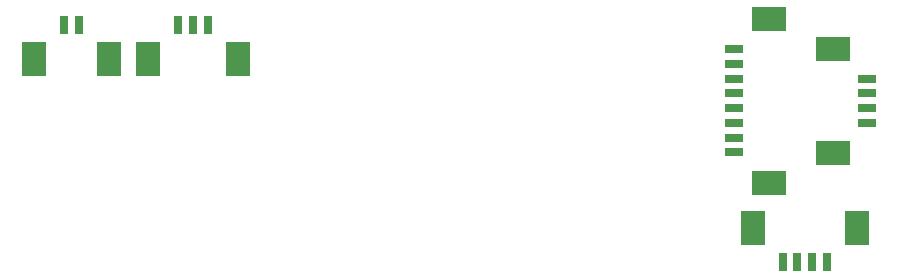
<source format=gbp>
G04*
G04 #@! TF.GenerationSoftware,Altium Limited,Altium Designer,18.1.9 (240)*
G04*
G04 Layer_Color=128*
%FSLAX25Y25*%
%MOIN*%
G70*
G01*
G75*
%ADD35R,0.03150X0.06299*%
%ADD36R,0.08268X0.11811*%
%ADD37R,0.06299X0.03150*%
%ADD38R,0.11811X0.08268*%
D35*
X292882Y149791D02*
D03*
X278118Y149791D02*
D03*
X283039D02*
D03*
X287961D02*
D03*
X38539Y228917D02*
D03*
X43461D02*
D03*
X86461Y228917D02*
D03*
X81539D02*
D03*
X76618D02*
D03*
D36*
X302921Y161209D02*
D03*
X268079D02*
D03*
X53500Y217500D02*
D03*
X28500Y217500D02*
D03*
X66579Y217500D02*
D03*
X96500D02*
D03*
D37*
X306209Y210882D02*
D03*
X306209Y196118D02*
D03*
Y201039D02*
D03*
Y205961D02*
D03*
X262057Y205961D02*
D03*
X262057Y210882D02*
D03*
Y215803D02*
D03*
Y220724D02*
D03*
X261959Y201039D02*
D03*
Y196118D02*
D03*
Y191197D02*
D03*
Y186276D02*
D03*
D38*
X294791Y220921D02*
D03*
Y186079D02*
D03*
X273474Y230764D02*
D03*
Y176236D02*
D03*
M02*

</source>
